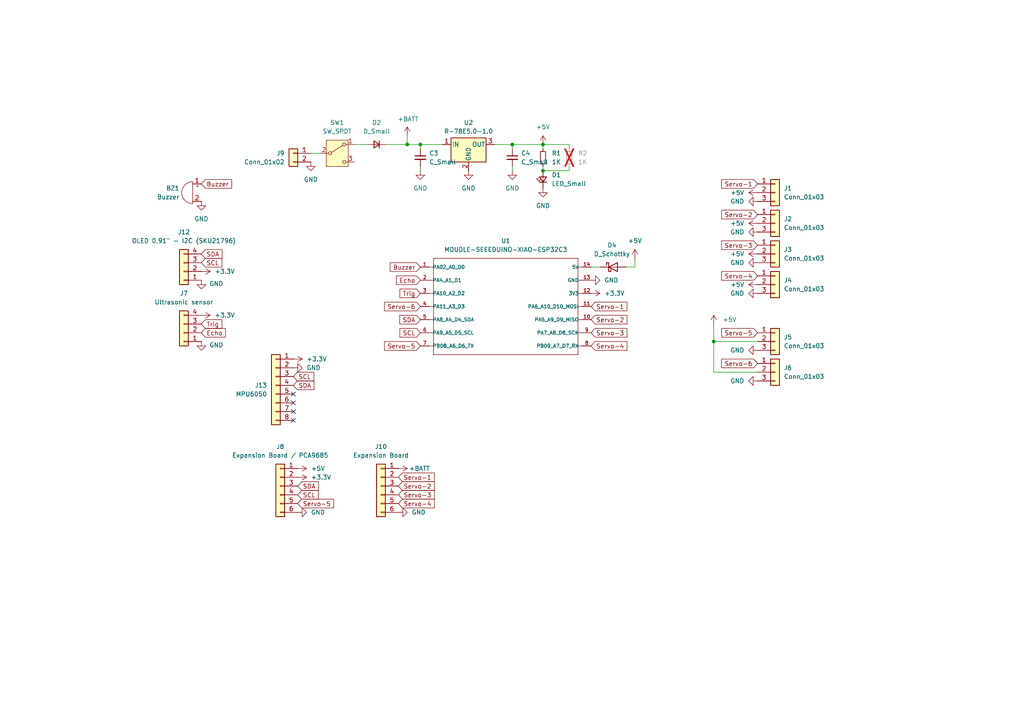
<source format=kicad_sch>
(kicad_sch (version 20231120) (generator "eeschema") (generator_version "8.0")
  (paper "A4")
  (lib_symbols
    (symbol "Connector_Generic:Conn_01x02" (pin_names (offset 1.016) hide)
      (property "Reference" "J" (at 0 2.54 0))
      (property "Value" "Conn_01x02" (at 0 -5.08 0))
      (symbol "Conn_01x02_1_1"
        (rectangle (start -1.27 -2.413) (end 0 -2.667) (stroke (width 0.1524)))
        (rectangle (start -1.27 0.127) (end 0 -0.127) (stroke (width 0.1524)))
        (rectangle (start -1.27 1.27) (end 1.27 -3.81) (stroke (width 0.254)) (fill (type background)))
        (pin passive line (at -5.08 0 0) (length 3.81) (name "Pin_1") (number "1"))
        (pin passive line (at -5.08 -2.54 0) (length 3.81) (name "Pin_2") (number "2"))
      )
    )
    (symbol "Connector_Generic:Conn_01x03" (pin_names (offset 1.016) hide)
      (property "Reference" "J" (at 0 5.08 0))
      (property "Value" "Conn_01x03" (at 0 -5.08 0))
      (symbol "Conn_01x03_1_1"
        (rectangle (start -1.27 -2.413) (end 0 -2.667) (stroke (width 0.1524)))
        (rectangle (start -1.27 0.127) (end 0 -0.127) (stroke (width 0.1524)))
        (rectangle (start -1.27 2.667) (end 0 2.413) (stroke (width 0.1524)))
        (rectangle (start -1.27 3.81) (end 1.27 -3.81) (stroke (width 0.254)) (fill (type background)))
        (pin passive line (at -5.08 2.54 0) (length 3.81) (name "Pin_1") (number "1"))
        (pin passive line (at -5.08 0 0) (length 3.81) (name "Pin_2") (number "2"))
        (pin passive line (at -5.08 -2.54 0) (length 3.81) (name "Pin_3") (number "3"))
      )
    )
    (symbol "Connector_Generic:Conn_01x04" (pin_names (offset 1.016) hide)
      (property "Reference" "J" (at 0 5.08 0))
      (property "Value" "Conn_01x04" (at 0 -7.62 0))
      (symbol "Conn_01x04_1_1"
        (rectangle (start -1.27 -4.953) (end 0 -5.207) (stroke (width 0.1524)))
        (rectangle (start -1.27 -2.413) (end 0 -2.667) (stroke (width 0.1524)))
        (rectangle (start -1.27 0.127) (end 0 -0.127) (stroke (width 0.1524)))
        (rectangle (start -1.27 2.667) (end 0 2.413) (stroke (width 0.1524)))
        (rectangle (start -1.27 3.81) (end 1.27 -6.35) (stroke (width 0.254)) (fill (type background)))
        (pin passive line (at -5.08 2.54 0) (length 3.81) (name "Pin_1") (number "1"))
        (pin passive line (at -5.08 0 0) (length 3.81) (name "Pin_2") (number "2"))
        (pin passive line (at -5.08 -2.54 0) (length 3.81) (name "Pin_3") (number "3"))
        (pin passive line (at -5.08 -5.08 0) (length 3.81) (name "Pin_4") (number "4"))
      )
    )
    (symbol "Connector_Generic:Conn_01x06" (pin_names (offset 1.016) hide)
      (property "Reference" "J" (at 0 7.62 0))
      (property "Value" "Conn_01x06" (at 0 -10.16 0))
      (symbol "Conn_01x06_1_1"
        (rectangle (start -1.27 -7.493) (end 0 -7.747) (stroke (width 0.1524)))
        (rectangle (start -1.27 -4.953) (end 0 -5.207) (stroke (width 0.1524)))
        (rectangle (start -1.27 -2.413) (end 0 -2.667) (stroke (width 0.1524)))
        (rectangle (start -1.27 0.127) (end 0 -0.127) (stroke (width 0.1524)))
        (rectangle (start -1.27 2.667) (end 0 2.413) (stroke (width 0.1524)))
        (rectangle (start -1.27 5.207) (end 0 4.953) (stroke (width 0.1524)))
        (rectangle (start -1.27 6.35) (end 1.27 -8.89) (stroke (width 0.254)) (fill (type background)))
        (pin passive line (at -5.08 5.08 0) (length 3.81) (name "Pin_1") (number "1"))
        (pin passive line (at -5.08 2.54 0) (length 3.81) (name "Pin_2") (number "2"))
        (pin passive line (at -5.08 0 0) (length 3.81) (name "Pin_3") (number "3"))
        (pin passive line (at -5.08 -2.54 0) (length 3.81) (name "Pin_4") (number "4"))
        (pin passive line (at -5.08 -5.08 0) (length 3.81) (name "Pin_5") (number "5"))
        (pin passive line (at -5.08 -7.62 0) (length 3.81) (name "Pin_6") (number "6"))
      )
    )
    (symbol "Connector_Generic:Conn_01x08" (pin_names (offset 1.016) hide)
      (property "Reference" "J" (at 0 10.16 0))
      (property "Value" "Conn_01x08" (at 0 -12.7 0))
      (symbol "Conn_01x08_1_1"
        (rectangle (start -1.27 -10.033) (end 0 -10.287) (stroke (width 0.1524)))
        (rectangle (start -1.27 -7.493) (end 0 -7.747) (stroke (width 0.1524)))
        (rectangle (start -1.27 -4.953) (end 0 -5.207) (stroke (width 0.1524)))
        (rectangle (start -1.27 -2.413) (end 0 -2.667) (stroke (width 0.1524)))
        (rectangle (start -1.27 0.127) (end 0 -0.127) (stroke (width 0.1524)))
        (rectangle (start -1.27 2.667) (end 0 2.413) (stroke (width 0.1524)))
        (rectangle (start -1.27 5.207) (end 0 4.953) (stroke (width 0.1524)))
        (rectangle (start -1.27 7.747) (end 0 7.493) (stroke (width 0.1524)))
        (rectangle (start -1.27 8.89) (end 1.27 -11.43) (stroke (width 0.254)) (fill (type background)))
        (pin passive line (at -5.08 7.62 0) (length 3.81) (name "Pin_1") (number "1"))
        (pin passive line (at -5.08 5.08 0) (length 3.81) (name "Pin_2") (number "2"))
        (pin passive line (at -5.08 2.54 0) (length 3.81) (name "Pin_3") (number "3"))
        (pin passive line (at -5.08 0 0) (length 3.81) (name "Pin_4") (number "4"))
        (pin passive line (at -5.08 -2.54 0) (length 3.81) (name "Pin_5") (number "5"))
        (pin passive line (at -5.08 -5.08 0) (length 3.81) (name "Pin_6") (number "6"))
        (pin passive line (at -5.08 -7.62 0) (length 3.81) (name "Pin_7") (number "7"))
        (pin passive line (at -5.08 -10.16 0) (length 3.81) (name "Pin_8") (number "8"))
      )
    )
    (symbol "Device:Buzzer" (pin_names (offset 0.0254) hide)
      (property "Reference" "BZ" (at 3.81 1.27 0))
      (property "Value" "Buzzer" (at 3.81 -1.27 0))
      (symbol "Buzzer_0_1"
        (arc (start 0 -3.175) (mid 3.1612 0) (end 0 3.175))
        (polyline (pts (xy -1.651 1.905) (xy -1.143 1.905)))
        (polyline (pts (xy -1.397 2.159) (xy -1.397 1.651)))
        (polyline (pts (xy 0 3.175) (xy 0 -3.175)))
      )
      (symbol "Buzzer_1_1"
        (pin passive line (at -2.54 2.54 0) (length 2.54) (name "+") (number "1"))
        (pin passive line (at -2.54 -2.54 0) (length 2.54) (name "-") (number "2"))
      )
    )
    (symbol "Device:C_Small" (pin_numbers hide) (pin_names (offset 0.254) hide)
      (property "Reference" "C" (at 0.254 1.778 0))
      (property "Value" "C_Small" (at 0.254 -2.032 0))
      (symbol "C_Small_0_1"
        (polyline (pts (xy -1.524 -0.508) (xy 1.524 -0.508)) (stroke (width 0.3302)))
        (polyline (pts (xy -1.524 0.508) (xy 1.524 0.508)) (stroke (width 0.3048)))
      )
      (symbol "C_Small_1_1"
        (pin passive line (at 0 2.54 270) (length 2.032) (name "~") (number "1"))
        (pin passive line (at 0 -2.54 90) (length 2.032) (name "~") (number "2"))
      )
    )
    (symbol "Device:D_Schottky" (pin_numbers hide) (pin_names (offset 1.016) hide)
      (property "Reference" "D" (at 0 2.54 0))
      (property "Value" "D_Schottky" (at 0 -2.54 0))
      (symbol "D_Schottky_0_1"
        (polyline (pts (xy 1.27 0) (xy -1.27 0)))
        (polyline (pts (xy 1.27 1.27) (xy 1.27 -1.27) (xy -1.27 0) (xy 1.27 1.27)) (stroke (width 0.254)))
        (polyline (pts (xy -1.905 0.635) (xy -1.905 1.27) (xy -1.27 1.27) (xy -1.27 -1.27) (xy -0.635 -1.27) (xy -0.635 -0.635)) (stroke (width 0.254)))
      )
      (symbol "D_Schottky_1_1"
        (pin passive line (at -3.81 0 0) (length 2.54) (name "K") (number "1"))
        (pin passive line (at 3.81 0 180) (length 2.54) (name "A") (number "2"))
      )
    )
    (symbol "Device:D_Small" (pin_numbers hide) (pin_names (offset 0.254) hide)
      (property "Reference" "D" (at -1.27 2.032 0))
      (property "Value" "D_Small" (at -3.81 -2.032 0))
      (symbol "D_Small_0_1"
        (polyline (pts (xy -0.762 -1.016) (xy -0.762 1.016)) (stroke (width 0.254)))
        (polyline (pts (xy -0.762 0) (xy 0.762 0)))
        (polyline (pts (xy 0.762 -1.016) (xy -0.762 0) (xy 0.762 1.016) (xy 0.762 -1.016)) (stroke (width 0.254)))
      )
      (symbol "D_Small_1_1"
        (pin passive line (at -2.54 0 0) (length 1.778) (name "K") (number "1"))
        (pin passive line (at 2.54 0 180) (length 1.778) (name "A") (number "2"))
      )
    )
    (symbol "Device:LED_Small" (pin_numbers hide) (pin_names (offset 0.254) hide)
      (property "Reference" "D" (at -1.27 3.175 0))
      (property "Value" "LED_Small" (at -4.445 -2.54 0))
      (symbol "LED_Small_0_1"
        (polyline (pts (xy -0.762 -1.016) (xy -0.762 1.016)) (stroke (width 0.254)))
        (polyline (pts (xy 1.016 0) (xy -0.762 0)))
        (polyline (pts (xy 0.762 -1.016) (xy -0.762 0) (xy 0.762 1.016) (xy 0.762 -1.016)) (stroke (width 0.254)))
        (polyline (pts (xy 0 0.762) (xy -0.508 1.27) (xy -0.254 1.27) (xy -0.508 1.27) (xy -0.508 1.016)))
        (polyline (pts (xy 0.508 1.27) (xy 0 1.778) (xy 0.254 1.778) (xy 0 1.778) (xy 0 1.524)))
      )
      (symbol "LED_Small_1_1"
        (pin passive line (at -2.54 0 0) (length 1.778) (name "K") (number "1"))
        (pin passive line (at 2.54 0 180) (length 1.778) (name "A") (number "2"))
      )
    )
    (symbol "Device:R_Small" (pin_numbers hide) (pin_names (offset 0.254) hide)
      (property "Reference" "R" (at 0.762 0.508 0))
      (property "Value" "R_Small" (at 0.762 -1.016 0))
      (symbol "R_Small_0_1"
        (rectangle (start -0.762 1.778) (end 0.762 -1.778) (stroke (width 0.2032)))
      )
      (symbol "R_Small_1_1"
        (pin passive line (at 0 2.54 270) (length 0.762) (name "~") (number "1"))
        (pin passive line (at 0 -2.54 90) (length 0.762) (name "~") (number "2"))
      )
    )
    (symbol "MOUDLE-SEEEDUINO-XIAO-ESP32C3:MOUDLE-SEEEDUINO-XIAO-ESP32C3" (pin_names (offset 1.016))
      (property "Reference" "U" (at -21.59 15.24 0))
      (property "Value" "MOUDLE-SEEEDUINO-XIAO-ESP32C3" (at -21.59 13.97 0))
      (symbol "MOUDLE-SEEEDUINO-XIAO-ESP32C3_0_0"
        (polyline (pts (xy -21.59 -13.97) (xy -21.59 0)) (stroke (width 0.1524)))
        (polyline (pts (xy -21.59 -11.43) (xy -22.86 -11.43)) (stroke (width 0.1524)))
        (polyline (pts (xy -21.59 -7.62) (xy -22.86 -7.62)) (stroke (width 0.1524)))
        (polyline (pts (xy -21.59 -3.81) (xy -22.86 -3.81)) (stroke (width 0.1524)))
        (polyline (pts (xy -21.59 0) (xy -22.86 0)) (stroke (width 0.1524)))
        (polyline (pts (xy -21.59 0) (xy -21.59 3.81)) (stroke (width 0.1524)))
        (polyline (pts (xy -21.59 3.81) (xy -22.86 3.81)) (stroke (width 0.1524)))
        (polyline (pts (xy -21.59 3.81) (xy -21.59 7.62)) (stroke (width 0.1524)))
        (polyline (pts (xy -21.59 7.62) (xy -22.86 7.62)) (stroke (width 0.1524)))
        (polyline (pts (xy -21.59 7.62) (xy -21.59 11.43)) (stroke (width 0.1524)))
        (polyline (pts (xy -21.59 11.43) (xy -22.86 11.43)) (stroke (width 0.1524)))
        (polyline (pts (xy -21.59 11.43) (xy -21.59 13.97)) (stroke (width 0.1524)))
        (polyline (pts (xy -21.59 13.97) (xy 20.32 13.97)) (stroke (width 0.1524)))
        (polyline (pts (xy 20.32 -13.97) (xy -21.59 -13.97)) (stroke (width 0.1524)))
        (polyline (pts (xy 20.32 3.81) (xy 20.32 -13.97)) (stroke (width 0.1524)))
        (polyline (pts (xy 20.32 7.62) (xy 20.32 3.81)) (stroke (width 0.1524)))
        (polyline (pts (xy 20.32 11.43) (xy 20.32 7.62)) (stroke (width 0.1524)))
        (polyline (pts (xy 20.32 13.97) (xy 20.32 11.43)) (stroke (width 0.1524)))
        (polyline (pts (xy 21.59 -11.43) (xy 20.32 -11.43)) (stroke (width 0.1524)))
        (polyline (pts (xy 21.59 -7.62) (xy 20.32 -7.62)) (stroke (width 0.1524)))
        (polyline (pts (xy 21.59 -3.81) (xy 20.32 -3.81)) (stroke (width 0.1524)))
        (polyline (pts (xy 21.59 0) (xy 20.32 0)) (stroke (width 0.1524)))
        (polyline (pts (xy 21.59 3.81) (xy 20.32 3.81)) (stroke (width 0.1524)))
        (polyline (pts (xy 21.59 7.62) (xy 20.32 7.62)) (stroke (width 0.1524)))
        (polyline (pts (xy 21.59 11.43) (xy 20.32 11.43)) (stroke (width 0.1524)))
        (pin bidirectional line (at -25.4 11.43 0) (length 2.54) (name "PA02_A0_D0") (number "1"))
        (pin bidirectional line (at 24.13 -3.81 180) (length 2.54) (name "PA5_A9_D9_MISO") (number "10"))
        (pin bidirectional line (at 24.13 0 180) (length 2.54) (name "PA6_A10_D10_MOSI") (number "11"))
        (pin bidirectional line (at 24.13 3.81 180) (length 2.54) (name "3V3") (number "12"))
        (pin bidirectional line (at 24.13 7.62 180) (length 2.54) (name "GND") (number "13"))
        (pin bidirectional line (at 24.13 11.43 180) (length 2.54) (name "5V") (number "14"))
        (pin bidirectional line (at -25.4 7.62 0) (length 2.54) (name "PA4_A1_D1") (number "2"))
        (pin bidirectional line (at -25.4 3.81 0) (length 2.54) (name "PA10_A2_D2") (number "3"))
        (pin bidirectional line (at -25.4 0 0) (length 2.54) (name "PA11_A3_D3") (number "4"))
        (pin bidirectional line (at -25.4 -3.81 0) (length 2.54) (name "PA8_A4_D4_SDA") (number "5"))
        (pin bidirectional line (at -25.4 -7.62 0) (length 2.54) (name "PA9_A5_D5_SCL") (number "6"))
        (pin bidirectional line (at -25.4 -11.43 0) (length 2.54) (name "PB08_A6_D6_TX") (number "7"))
        (pin bidirectional line (at 24.13 -11.43 180) (length 2.54) (name "PB09_A7_D7_RX") (number "8"))
        (pin bidirectional line (at 24.13 -7.62 180) (length 2.54) (name "PA7_A8_D8_SCK") (number "9"))
      )
    )
    (symbol "Regulator_Switching:R-78E5.0-1.0" (pin_names (offset 0.254))
      (property "Reference" "U" (at -3.81 3.175 0))
      (property "Value" "R-78E5.0-1.0" (at 0 3.175 0))
      (symbol "R-78E5.0-1.0_0_1"
        (rectangle (start -5.08 1.905) (end 5.08 -5.08) (stroke (width 0.254)) (fill (type background)))
      )
      (symbol "R-78E5.0-1.0_1_1"
        (pin power_in line (at -7.62 0 0) (length 2.54) (name "IN") (number "1"))
        (pin power_in line (at 0 -7.62 90) (length 2.54) (name "GND") (number "2"))
        (pin power_out line (at 7.62 0 180) (length 2.54) (name "OUT") (number "3"))
      )
    )
    (symbol "Switch:SW_SPDT" (pin_names (offset 0) hide)
      (property "Reference" "SW" (at 0 5.08 0))
      (property "Value" "SW_SPDT" (at 0 -5.08 0))
      (symbol "SW_SPDT_0_1"
        (circle (center -2.032 0) (radius 0.4572))
        (polyline (pts (xy -1.651 0.254) (xy 1.651 2.286)))
        (circle (center 2.032 -2.54) (radius 0.4572))
        (circle (center 2.032 2.54) (radius 0.4572))
      )
      (symbol "SW_SPDT_1_1"
        (rectangle (start -3.175 3.81) (end 3.175 -3.81) (fill (type background)))
        (pin passive line (at 5.08 2.54 180) (length 2.54) (name "A") (number "1"))
        (pin passive line (at -5.08 0 0) (length 2.54) (name "B") (number "2"))
        (pin passive line (at 5.08 -2.54 180) (length 2.54) (name "C") (number "3"))
      )
    )
    (symbol "power:+3.3V" (power) (pin_numbers hide) (pin_names (offset 0) hide)
      (property "Value" "+3.3V" (at 0 3.556 0))
      (symbol "+3.3V_0_1"
        (polyline (pts (xy -0.762 1.27) (xy 0 2.54)))
        (polyline (pts (xy 0 0) (xy 0 2.54)))
        (polyline (pts (xy 0 2.54) (xy 0.762 1.27)))
      )
      (symbol "+3.3V_1_1"
        (pin power_in line (at 0 0 90) (length 0) (name "~") (number "1"))
      )
    )
    (symbol "power:+5V" (power) (pin_numbers hide) (pin_names (offset 0) hide)
      (property "Value" "+5V" (at 0 3.556 0))
      (symbol "+5V_0_1"
        (polyline (pts (xy -0.762 1.27) (xy 0 2.54)))
        (polyline (pts (xy 0 0) (xy 0 2.54)))
        (polyline (pts (xy 0 2.54) (xy 0.762 1.27)))
      )
      (symbol "+5V_1_1"
        (pin power_in line (at 0 0 90) (length 0) (name "~") (number "1"))
      )
    )
    (symbol "power:+BATT" (power) (pin_numbers hide) (pin_names (offset 0) hide)
      (property "Value" "+BATT" (at 0 3.556 0))
      (symbol "+BATT_0_1"
        (polyline (pts (xy -0.762 1.27) (xy 0 2.54)))
        (polyline (pts (xy 0 0) (xy 0 2.54)))
        (polyline (pts (xy 0 2.54) (xy 0.762 1.27)))
      )
      (symbol "+BATT_1_1"
        (pin power_in line (at 0 0 90) (length 0) (name "~") (number "1"))
      )
    )
    (symbol "power:GND" (power) (pin_numbers hide) (pin_names (offset 0) hide)
      (property "Value" "GND" (at 0 -3.81 0))
      (symbol "GND_0_1"
        (polyline (pts (xy 0 0) (xy 0 -1.27) (xy 1.27 -1.27) (xy 0 -2.54) (xy -1.27 -1.27) (xy 0 -1.27)))
      )
      (symbol "GND_1_1"
        (pin power_in line (at 0 0 270) (length 0) (name "~") (number "1"))
      )
    )
  )
  (junction (at 121.92 41.91))
  (junction (at 207.01 99.06))
  (junction (at 148.59 41.91))
  (junction (at 157.48 41.91))
  (junction (at 118.11 41.91))
  (junction (at 157.48 49.53))
  (no_connect (at 85.09 116.84))
  (no_connect (at 85.09 119.38))
  (no_connect (at 85.09 114.3))
  (no_connect (at 85.09 121.92))
  (wire (pts (xy 121.92 48.26) (xy 121.92 49.53)))
  (wire (pts (xy 90.17 44.45) (xy 92.71 44.45)))
  (wire (pts (xy 184.15 77.47) (xy 184.15 74.93)))
  (wire (pts (xy 219.71 99.06) (xy 207.01 99.06)))
  (wire (pts (xy 219.71 107.95) (xy 207.01 107.95)))
  (wire (pts (xy 171.45 77.47) (xy 173.99 77.47)))
  (wire (pts (xy 121.92 41.91) (xy 121.92 43.18)))
  (wire (pts (xy 111.76 41.91) (xy 118.11 41.91)))
  (wire (pts (xy 157.48 43.18) (xy 157.48 41.91)))
  (wire (pts (xy 118.11 41.91) (xy 121.92 41.91)))
  (wire (pts (xy 121.92 41.91) (xy 128.27 41.91)))
  (wire (pts (xy 102.87 41.91) (xy 106.68 41.91)))
  (wire (pts (xy 157.48 49.53) (xy 157.48 48.26)))
  (wire (pts (xy 165.1 41.91) (xy 157.48 41.91)))
  (wire (pts (xy 143.51 41.91) (xy 148.59 41.91)))
  (wire (pts (xy 181.61 77.47) (xy 184.15 77.47)))
  (wire (pts (xy 207.01 93.98) (xy 207.01 99.06)))
  (wire (pts (xy 148.59 41.91) (xy 157.48 41.91)))
  (wire (pts (xy 165.1 48.26) (xy 165.1 49.53)))
  (wire (pts (xy 157.48 49.53) (xy 165.1 49.53)))
  (wire (pts (xy 165.1 43.18) (xy 165.1 41.91)))
  (wire (pts (xy 207.01 107.95) (xy 207.01 99.06)))
  (wire (pts (xy 148.59 41.91) (xy 148.59 43.18)))
  (wire (pts (xy 148.59 48.26) (xy 148.59 49.53)))
  (wire (pts (xy 118.11 39.37) (xy 118.11 41.91)))
  (global_label "SCL" (shape input) (at 86.36 143.51 0) (property "Intersheetrefs" "${INTERSHEET_REFS}" (effects (hide yes))))
  (global_label "Servo-5" (shape input) (at 121.92 100.33 180) (property "Intersheetrefs" "${INTERSHEET_REFS}" (effects (hide yes))))
  (global_label "Servo-6" (shape input) (at 121.92 88.9 180) (property "Intersheetrefs" "${INTERSHEET_REFS}" (effects (hide yes))))
  (global_label "SCL" (shape input) (at 58.42 76.2 0) (property "Intersheetrefs" "${INTERSHEET_REFS}" (effects (hide yes))))
  (global_label "Servo-5" (shape input) (at 86.36 146.05 0) (property "Intersheetrefs" "${INTERSHEET_REFS}" (effects (hide yes))))
  (global_label "Trig" (shape input) (at 58.42 93.98 0) (property "Intersheetrefs" "${INTERSHEET_REFS}" (effects (hide yes))))
  (global_label "SDA" (shape input) (at 86.36 140.97 0) (property "Intersheetrefs" "${INTERSHEET_REFS}" (effects (hide yes))))
  (global_label "SDA" (shape input) (at 85.09 111.76 0) (property "Intersheetrefs" "${INTERSHEET_REFS}" (effects (hide yes))))
  (global_label "Servo-4" (shape input) (at 115.57 146.05 0) (property "Intersheetrefs" "${INTERSHEET_REFS}" (effects (hide yes))))
  (global_label "Servo-4" (shape input) (at 219.71 80.01 180) (property "Intersheetrefs" "${INTERSHEET_REFS}" (effects (hide yes))))
  (global_label "Servo-2" (shape input) (at 219.71 62.23 180) (property "Intersheetrefs" "${INTERSHEET_REFS}" (effects (hide yes))))
  (global_label "Buzzer" (shape input) (at 121.92 77.47 180) (property "Intersheetrefs" "${INTERSHEET_REFS}" (effects (hide yes))))
  (global_label "Servo-1" (shape input) (at 171.45 88.9 0) (property "Intersheetrefs" "${INTERSHEET_REFS}" (effects (hide yes))))
  (global_label "Servo-1" (shape input) (at 115.57 138.43 0) (property "Intersheetrefs" "${INTERSHEET_REFS}" (effects (hide yes))))
  (global_label "Servo-1" (shape input) (at 219.71 53.34 180) (property "Intersheetrefs" "${INTERSHEET_REFS}" (effects (hide yes))))
  (global_label "SDA" (shape input) (at 121.92 92.71 180) (property "Intersheetrefs" "${INTERSHEET_REFS}" (effects (hide yes))))
  (global_label "Servo-3" (shape input) (at 219.71 71.12 180) (property "Intersheetrefs" "${INTERSHEET_REFS}" (effects (hide yes))))
  (global_label "Servo-2" (shape input) (at 171.45 92.71 0) (property "Intersheetrefs" "${INTERSHEET_REFS}" (effects (hide yes))))
  (global_label "SCL" (shape input) (at 85.09 109.22 0) (property "Intersheetrefs" "${INTERSHEET_REFS}" (effects (hide yes))))
  (global_label "Servo-6" (shape input) (at 219.71 105.41 180) (property "Intersheetrefs" "${INTERSHEET_REFS}" (effects (hide yes))))
  (global_label "Servo-3" (shape input) (at 115.57 143.51 0) (property "Intersheetrefs" "${INTERSHEET_REFS}" (effects (hide yes))))
  (global_label "Echo" (shape input) (at 121.92 81.28 180) (property "Intersheetrefs" "${INTERSHEET_REFS}" (effects (hide yes))))
  (global_label "Echo" (shape input) (at 58.42 96.52 0) (property "Intersheetrefs" "${INTERSHEET_REFS}" (effects (hide yes))))
  (global_label "Servo-2" (shape input) (at 115.57 140.97 0) (property "Intersheetrefs" "${INTERSHEET_REFS}" (effects (hide yes))))
  (global_label "Trig" (shape input) (at 121.92 85.09 180) (property "Intersheetrefs" "${INTERSHEET_REFS}" (effects (hide yes))))
  (global_label "SDA" (shape input) (at 58.42 73.66 0) (property "Intersheetrefs" "${INTERSHEET_REFS}" (effects (hide yes))))
  (global_label "Buzzer" (shape input) (at 58.42 53.34 0) (property "Intersheetrefs" "${INTERSHEET_REFS}" (effects (hide yes))))
  (global_label "SCL" (shape input) (at 121.92 96.52 180) (property "Intersheetrefs" "${INTERSHEET_REFS}" (effects (hide yes))))
  (global_label "Servo-4" (shape input) (at 171.45 100.33 0) (property "Intersheetrefs" "${INTERSHEET_REFS}" (effects (hide yes))))
  (global_label "Servo-3" (shape input) (at 171.45 96.52 0) (property "Intersheetrefs" "${INTERSHEET_REFS}" (effects (hide yes))))
  (global_label "Servo-5" (shape input) (at 219.71 96.52 180) (property "Intersheetrefs" "${INTERSHEET_REFS}" (effects (hide yes))))
  (symbol (lib_id "power:GND") (at 58.42 81.28 0) (unit 1)
    (property "Reference" "#PWR032" (effects (hide yes)))
    (property "Value" "GND" (at 62.738 82.296 0))
    (property "Description" "Power symbol creates a global label with name \"GND\" , ground" (effects (hide yes)))
  )
  (symbol (lib_id "power:GND") (at 171.45 81.28 90) (unit 1)
    (property "Reference" "#PWR05" (effects (hide yes)))
    (property "Value" "GND" (at 175.26 81.2799 90) (effects (justify right)))
    (property "Description" "Power symbol creates a global label with name \"GND\" , ground" (effects (hide yes)))
  )
  (symbol (lib_id "Connector_Generic:Conn_01x06") (at 81.28 140.97 0) (mirror y) (unit 1)
    (property "Reference" "J8" (at 81.28 129.54 0))
    (property "Value" "Expansion Board / PCA9685" (at 81.28 132.08 0))
    (property "Footprint" "Connector_PinSocket_2.54mm:PinSocket_1x06_P2.54mm_Vertical" (effects (hide yes)))
    (property "Description" "Generic connector, single row, 01x06, script generated (kicad-library-utils/schlib/autogen/connector/)" (effects (hide yes)))
  )
  (symbol (lib_id "Device:D_Small") (at 109.22 41.91 180) (unit 1)
    (property "Reference" "D2" (at 109.22 35.56 0))
    (property "Value" "D_Small" (at 109.22 38.1 0))
    (property "Footprint" "Diode_THT:D_A-405_P7.62mm_Horizontal" (effects (hide yes)))
    (property "Description" "Diode, small symbol" (effects (hide yes)))
    (property "Sim.Device" "D" (effects (hide yes)))
    (property "Sim.Pins" "1=K 2=A" (effects (hide yes)))
  )
  (symbol (lib_id "Connector_Generic:Conn_01x03") (at 224.79 82.55 0) (unit 1)
    (property "Reference" "J4" (at 227.33 81.2799 0) (effects (justify left)))
    (property "Value" "Conn_01x03" (at 227.33 83.8199 0) (effects (justify left)))
    (property "Footprint" "Connector_PinHeader_2.54mm:PinHeader_1x03_P2.54mm_Vertical" (effects (hide yes)))
    (property "Description" "Generic connector, single row, 01x03, script generated (kicad-library-utils/schlib/autogen/connector/)" (effects (hide yes)))
  )
  (symbol (lib_id "power:+3.3V") (at 58.42 78.74 270) (unit 1)
    (property "Reference" "#PWR031" (effects (hide yes)))
    (property "Value" "+3.3V" (at 62.23 78.7399 90) (effects (justify left)))
    (property "Description" "Power symbol creates a global label with name \"+3.3V\"" (effects (hide yes)))
  )
  (symbol (lib_id "Connector_Generic:Conn_01x03") (at 224.79 107.95 0) (unit 1)
    (property "Reference" "J6" (at 227.33 106.6799 0) (effects (justify left)))
    (property "Value" "Conn_01x03" (at 227.33 109.2199 0) (effects (justify left)))
    (property "Footprint" "Connector_PinHeader_2.54mm:PinHeader_1x03_P2.54mm_Vertical" (effects (hide yes)))
    (property "Description" "Generic connector, single row, 01x03, script generated (kicad-library-utils/schlib/autogen/connector/)" (effects (hide yes)))
  )
  (symbol (lib_id "power:GND") (at 219.71 58.42 270) (unit 1)
    (property "Reference" "#PWR08" (effects (hide yes)))
    (property "Value" "GND" (at 215.9 58.4199 90) (effects (justify right)))
    (property "Description" "Power symbol creates a global label with name \"GND\" , ground" (effects (hide yes)))
  )
  (symbol (lib_id "Connector_Generic:Conn_01x08") (at 80.01 111.76 0) (mirror y) (unit 1)
    (property "Reference" "J13" (at 77.47 111.7599 0) (effects (justify left)))
    (property "Value" "MPU6050" (at 77.47 114.2999 0) (effects (justify left)))
    (property "Footprint" "Connector_PinSocket_2.54mm:PinSocket_1x08_P2.54mm_Vertical" (effects (hide yes)))
    (property "Description" "Generic connector, single row, 01x08, script generated (kicad-library-utils/schlib/autogen/connector/)" (effects (hide yes)))
  )
  (symbol (lib_id "power:GND") (at 219.71 67.31 270) (unit 1)
    (property "Reference" "#PWR010" (effects (hide yes)))
    (property "Value" "GND" (at 215.9 67.3099 90) (effects (justify right)))
    (property "Description" "Power symbol creates a global label with name \"GND\" , ground" (effects (hide yes)))
  )
  (symbol (lib_id "power:GND") (at 135.89 49.53 0) (unit 1)
    (property "Reference" "#PWR03" (effects (hide yes)))
    (property "Value" "GND" (at 135.89 54.61 0))
    (property "Description" "Power symbol creates a global label with name \"GND\" , ground" (effects (hide yes)))
  )
  (symbol (lib_id "power:+3.3V") (at 86.36 138.43 270) (mirror x) (unit 1)
    (property "Reference" "#PWR027" (effects (hide yes)))
    (property "Value" "+3.3V" (at 90.17 138.4301 90) (effects (justify left)))
    (property "Description" "Power symbol creates a global label with name \"+3.3V\"" (effects (hide yes)))
  )
  (symbol (lib_id "Regulator_Switching:R-78E5.0-1.0") (at 135.89 41.91 0) (unit 1)
    (property "Reference" "U2" (at 135.89 35.56 0))
    (property "Value" "R-78E5.0-1.0" (at 135.89 38.1 0))
    (property "Footprint" "Converter_DCDC:Converter_DCDC_RECOM_R-78E-0.5_THT" (effects (hide yes)))
    (property "Datasheet" "https://www.recom-power.com/pdf/Innoline/R-78Exx-1.0.pdf" (effects (hide yes)))
    (property "Description" "1A Step-Down DC/DC-Regulator, 7-28V input, 5V fixed Output Voltage, LM78xx replacement, -40°C to +85°C, SIP3" (effects (hide yes)))
  )
  (symbol (lib_id "Device:R_Small") (at 157.48 45.72 0) (unit 1)
    (property "Reference" "R1" (at 160.02 44.4499 0) (effects (justify left)))
    (property "Value" "1K" (at 160.02 46.9899 0) (effects (justify left)))
    (property "Footprint" "Resistor_THT:R_Axial_DIN0207_L6.3mm_D2.5mm_P10.16mm_Horizontal" (effects (hide yes)))
    (property "Description" "Resistor, small symbol" (effects (hide yes)))
  )
  (symbol (lib_id "Device:Buzzer") (at 55.88 55.88 0) (mirror y) (unit 1)
    (property "Reference" "BZ1" (at 52.07 54.6099 0) (effects (justify left)))
    (property "Value" "Buzzer" (at 52.07 57.1499 0) (effects (justify left)))
    (property "Footprint" "Buzzer_Beeper:Buzzer_12x9.5RM7.6" (effects (hide yes)))
    (property "Description" "Buzzer, polarized" (effects (hide yes)))
  )
  (symbol (lib_id "power:GND") (at 115.57 148.59 90) (mirror x) (unit 1)
    (property "Reference" "#PWR020" (effects (hide yes)))
    (property "Value" "GND" (at 119.38 148.5901 90) (effects (justify right)))
    (property "Description" "Power symbol creates a global label with name \"GND\" , ground" (effects (hide yes)))
  )
  (symbol (lib_id "power:GND") (at 85.09 106.68 90) (unit 1)
    (property "Reference" "#PWR038" (effects (hide yes)))
    (property "Value" "GND" (at 88.9 106.6799 90) (effects (justify right)))
    (property "Description" "Power symbol creates a global label with name \"GND\" , ground" (effects (hide yes)))
  )
  (symbol (lib_id "power:+5V") (at 184.15 74.93 0) (unit 1)
    (property "Reference" "#PWR04" (effects (hide yes)))
    (property "Value" "+5V" (at 184.15 69.85 0))
    (property "Description" "Power symbol creates a global label with name \"+5V\"" (effects (hide yes)))
  )
  (symbol (lib_id "power:+5V") (at 219.71 55.88 90) (unit 1)
    (property "Reference" "#PWR07" (effects (hide yes)))
    (property "Value" "+5V" (at 215.9 55.8799 90) (effects (justify left)))
    (property "Description" "Power symbol creates a global label with name \"+5V\"" (effects (hide yes)))
  )
  (symbol (lib_id "Connector_Generic:Conn_01x02") (at 85.09 44.45 0) (mirror y) (unit 1)
    (property "Reference" "J9" (at 82.55 44.4499 0) (effects (justify left)))
    (property "Value" "Conn_01x02" (at 82.55 46.9899 0) (effects (justify left)))
    (property "Footprint" "Connector_JST:JST_XH_B2B-XH-A_1x02_P2.50mm_Vertical" (effects (hide yes)))
    (property "Description" "Generic connector, single row, 01x02, script generated (kicad-library-utils/schlib/autogen/connector/)" (effects (hide yes)))
  )
  (symbol (lib_id "Device:R_Small") (at 165.1 45.72 0) (unit 1) (dnp yes)
    (property "Reference" "R2" (at 167.64 44.4499 0) (effects (justify left)))
    (property "Value" "1K" (at 167.64 46.9899 0) (effects (justify left)))
    (property "Footprint" "Resistor_SMD:R_1206_3216Metric_Pad1.30x1.75mm_HandSolder" (effects (hide yes)))
    (property "Description" "Resistor, small symbol" (effects (hide yes)))
  )
  (symbol (lib_id "power:+BATT") (at 118.11 39.37 0) (unit 1)
    (property "Reference" "#PWR02" (effects (hide yes)))
    (property "Value" "+BATT" (at 118.364 34.544 0))
    (property "Description" "Power symbol creates a global label with name \"+BATT\"" (effects (hide yes)))
  )
  (symbol (lib_id "Connector_Generic:Conn_01x03") (at 224.79 55.88 0) (unit 1)
    (property "Reference" "J1" (at 227.33 54.6099 0) (effects (justify left)))
    (property "Value" "Conn_01x03" (at 227.33 57.1499 0) (effects (justify left)))
    (property "Footprint" "Connector_PinHeader_2.54mm:PinHeader_1x03_P2.54mm_Vertical" (effects (hide yes)))
    (property "Description" "Generic connector, single row, 01x03, script generated (kicad-library-utils/schlib/autogen/connector/)" (effects (hide yes)))
  )
  (symbol (lib_id "power:+5V") (at 86.36 135.89 270) (mirror x) (unit 1)
    (property "Reference" "#PWR028" (effects (hide yes)))
    (property "Value" "+5V" (at 90.17 135.8901 90) (effects (justify left)))
    (property "Description" "Power symbol creates a global label with name \"+5V\"" (effects (hide yes)))
  )
  (symbol (lib_id "power:+3.3V") (at 85.09 104.14 270) (unit 1)
    (property "Reference" "#PWR037" (effects (hide yes)))
    (property "Value" "+3.3V" (at 88.9 104.1399 90) (effects (justify left)))
    (property "Description" "Power symbol creates a global label with name \"+3.3V\"" (effects (hide yes)))
  )
  (symbol (lib_id "Connector_Generic:Conn_01x03") (at 224.79 99.06 0) (unit 1)
    (property "Reference" "J5" (at 227.33 97.7899 0) (effects (justify left)))
    (property "Value" "Conn_01x03" (at 227.33 100.3299 0) (effects (justify left)))
    (property "Footprint" "Connector_PinHeader_2.54mm:PinHeader_1x03_P2.54mm_Vertical" (effects (hide yes)))
    (property "Description" "Generic connector, single row, 01x03, script generated (kicad-library-utils/schlib/autogen/connector/)" (effects (hide yes)))
  )
  (symbol (lib_id "power:+5V") (at 219.71 64.77 90) (unit 1)
    (property "Reference" "#PWR09" (effects (hide yes)))
    (property "Value" "+5V" (at 215.9 64.7699 90) (effects (justify left)))
    (property "Description" "Power symbol creates a global label with name \"+5V\"" (effects (hide yes)))
  )
  (symbol (lib_id "power:GND") (at 148.59 49.53 0) (unit 1)
    (property "Reference" "#PWR042" (effects (hide yes)))
    (property "Value" "GND" (at 148.59 54.61 0))
    (property "Description" "Power symbol creates a global label with name \"GND\" , ground" (effects (hide yes)))
  )
  (symbol (lib_id "power:+3.3V") (at 58.42 91.44 270) (unit 1)
    (property "Reference" "#PWR023" (effects (hide yes)))
    (property "Value" "+3.3V" (at 62.23 91.4399 90) (effects (justify left)))
    (property "Description" "Power symbol creates a global label with name \"+3.3V\"" (effects (hide yes)))
  )
  (symbol (lib_id "power:GND") (at 219.71 85.09 270) (unit 1)
    (property "Reference" "#PWR014" (effects (hide yes)))
    (property "Value" "GND" (at 215.9 85.0899 90) (effects (justify right)))
    (property "Description" "Power symbol creates a global label with name \"GND\" , ground" (effects (hide yes)))
  )
  (symbol (lib_id "Connector_Generic:Conn_01x04") (at 53.34 78.74 180) (unit 1)
    (property "Reference" "J12" (at 53.34 67.31 0))
    (property "Value" "OLED 0,91\" - I2C (SKU21796)" (at 53.34 69.85 0))
    (property "Footprint" "Connector_PinSocket_2.54mm:PinSocket_1x04_P2.54mm_Vertical" (effects (hide yes)))
    (property "Datasheet" "https://www.gotronic.fr/art-afficheur-oled-0-91-sku21796-35038.htm" (effects (hide yes)))
    (property "Description" "Generic connector, single row, 01x04, script generated (kicad-library-utils/schlib/autogen/connector/)" (effects (hide yes)))
  )
  (symbol (lib_id "power:+BATT") (at 115.57 135.89 270) (unit 1)
    (property "Reference" "#PWR015" (effects (hide yes)))
    (property "Value" "+BATT" (at 121.666 135.89 90))
    (property "Description" "Power symbol creates a global label with name \"+BATT\"" (effects (hide yes)))
  )
  (symbol (lib_id "power:+5V") (at 219.71 73.66 90) (unit 1)
    (property "Reference" "#PWR011" (effects (hide yes)))
    (property "Value" "+5V" (at 215.9 73.6599 90) (effects (justify left)))
    (property "Description" "Power symbol creates a global label with name \"+5V\"" (effects (hide yes)))
  )
  (symbol (lib_id "Device:LED_Small") (at 157.48 52.07 90) (unit 1)
    (property "Reference" "D1" (at 160.02 50.7364 90) (effects (justify right)))
    (property "Value" "LED_Small" (at 160.02 53.2764 90) (effects (justify right)))
    (property "Footprint" "LED_THT:LED_D5.0mm" (effects (hide yes)))
    (property "Description" "Light emitting diode, small symbol" (effects (hide yes)))
  )
  (symbol (lib_id "Device:C_Small") (at 121.92 45.72 0) (unit 1)
    (property "Reference" "C3" (at 124.46 44.4562 0) (effects (justify left)))
    (property "Value" "C_Small" (at 124.46 46.9962 0) (effects (justify left)))
    (property "Footprint" "Capacitor_THT:C_Disc_D6.0mm_W2.5mm_P5.00mm" (effects (hide yes)))
    (property "Description" "Unpolarized capacitor, small symbol" (effects (hide yes)))
  )
  (symbol (lib_id "Device:C_Small") (at 148.59 45.72 0) (unit 1)
    (property "Reference" "C4" (at 151.13 44.4562 0) (effects (justify left)))
    (property "Value" "C_Small" (at 151.13 46.9962 0) (effects (justify left)))
    (property "Footprint" "Capacitor_THT:C_Disc_D6.0mm_W2.5mm_P5.00mm" (effects (hide yes)))
    (property "Description" "Unpolarized capacitor, small symbol" (effects (hide yes)))
  )
  (symbol (lib_id "power:+5V") (at 207.01 93.98 0) (unit 1)
    (property "Reference" "#PWR018" (effects (hide yes)))
    (property "Value" "+5V" (at 209.55 92.7099 0) (effects (justify left)))
    (property "Description" "Power symbol creates a global label with name \"+5V\"" (effects (hide yes)))
  )
  (symbol (lib_id "power:+3.3V") (at 171.45 85.09 270) (unit 1)
    (property "Reference" "#PWR025" (effects (hide yes)))
    (property "Value" "+3.3V" (at 175.26 85.0899 90) (effects (justify left)))
    (property "Description" "Power symbol creates a global label with name \"+3.3V\"" (effects (hide yes)))
  )
  (symbol (lib_id "Connector_Generic:Conn_01x03") (at 224.79 73.66 0) (unit 1)
    (property "Reference" "J3" (at 227.33 72.3899 0) (effects (justify left)))
    (property "Value" "Conn_01x03" (at 227.33 74.9299 0) (effects (justify left)))
    (property "Footprint" "Connector_PinHeader_2.54mm:PinHeader_1x03_P2.54mm_Vertical" (effects (hide yes)))
    (property "Description" "Generic connector, single row, 01x03, script generated (kicad-library-utils/schlib/autogen/connector/)" (effects (hide yes)))
  )
  (symbol (lib_id "power:GND") (at 58.42 58.42 0) (unit 1)
    (property "Reference" "#PWR017" (effects (hide yes)))
    (property "Value" "GND" (at 58.42 63.5 0))
    (property "Description" "Power symbol creates a global label with name \"GND\" , ground" (effects (hide yes)))
  )
  (symbol (lib_id "power:GND") (at 157.48 54.61 0) (unit 1)
    (property "Reference" "#PWR06" (effects (hide yes)))
    (property "Value" "GND" (at 157.48 59.69 0))
    (property "Description" "Power symbol creates a global label with name \"GND\" , ground" (effects (hide yes)))
  )
  (symbol (lib_id "Connector_Generic:Conn_01x03") (at 224.79 64.77 0) (unit 1)
    (property "Reference" "J2" (at 227.33 63.4999 0) (effects (justify left)))
    (property "Value" "Conn_01x03" (at 227.33 66.0399 0) (effects (justify left)))
    (property "Footprint" "Connector_PinHeader_2.54mm:PinHeader_1x03_P2.54mm_Vertical" (effects (hide yes)))
    (property "Description" "Generic connector, single row, 01x03, script generated (kicad-library-utils/schlib/autogen/connector/)" (effects (hide yes)))
  )
  (symbol (lib_id "power:GND") (at 86.36 148.59 90) (mirror x) (unit 1)
    (property "Reference" "#PWR026" (effects (hide yes)))
    (property "Value" "GND" (at 90.17 148.5901 90) (effects (justify right)))
    (property "Description" "Power symbol creates a global label with name \"GND\" , ground" (effects (hide yes)))
  )
  (symbol (lib_id "power:GND") (at 219.71 76.2 270) (unit 1)
    (property "Reference" "#PWR012" (effects (hide yes)))
    (property "Value" "GND" (at 215.9 76.1999 90) (effects (justify right)))
    (property "Description" "Power symbol creates a global label with name \"GND\" , ground" (effects (hide yes)))
  )
  (symbol (lib_id "power:GND") (at 219.71 110.49 270) (unit 1)
    (property "Reference" "#PWR021" (effects (hide yes)))
    (property "Value" "GND" (at 215.9 110.4899 90) (effects (justify right)))
    (property "Description" "Power symbol creates a global label with name \"GND\" , ground" (effects (hide yes)))
  )
  (symbol (lib_id "power:+5V") (at 219.71 82.55 90) (unit 1)
    (property "Reference" "#PWR013" (effects (hide yes)))
    (property "Value" "+5V" (at 215.9 82.5499 90) (effects (justify left)))
    (property "Description" "Power symbol creates a global label with name \"+5V\"" (effects (hide yes)))
  )
  (symbol (lib_id "Connector_Generic:Conn_01x06") (at 110.49 140.97 0) (mirror y) (unit 1)
    (property "Reference" "J10" (at 110.49 129.54 0))
    (property "Value" "Expansion Board" (at 110.49 132.08 0))
    (property "Footprint" "Connector_PinSocket_2.54mm:PinSocket_1x06_P2.54mm_Vertical" (effects (hide yes)))
    (property "Description" "Generic connector, single row, 01x06, script generated (kicad-library-utils/schlib/autogen/connector/)" (effects (hide yes)))
  )
  (symbol (lib_id "Switch:SW_SPDT") (at 97.79 44.45 0) (unit 1)
    (property "Reference" "SW1" (at 97.79 35.56 0))
    (property "Value" "SW_SPDT" (at 97.79 38.1 0))
    (property "Footprint" "100SP1T1B4M2QE:SW_100SP1T1B4M2QE" (effects (hide yes)))
    (property "Description" "Switch, single pole double throw" (effects (hide yes)))
  )
  (symbol (lib_id "MOUDLE-SEEEDUINO-XIAO-ESP32C3:MOUDLE-SEEEDUINO-XIAO-ESP32C3") (at 147.32 88.9 0) (unit 1)
    (property "Reference" "U1" (at 146.685 69.85 0))
    (property "Value" "MOUDLE-SEEEDUINO-XIAO-ESP32C3" (at 146.685 72.39 0))
    (property "Footprint" "MOUDLE14P-SMD-2.54-21X17.8MM" (effects (hide yes)))
  )
  (symbol (lib_id "Connector_Generic:Conn_01x04") (at 53.34 96.52 180) (unit 1)
    (property "Reference" "J7" (at 53.34 85.09 0))
    (property "Value" "Ultrasonic sensor" (at 53.34 87.63 0))
    (property "Footprint" "Connector_PinSocket_2.54mm:PinSocket_1x04_P2.54mm_Vertical" (effects (hide yes)))
    (property "Description" "Generic connector, single row, 01x04, script generated (kicad-library-utils/schlib/autogen/connector/)" (effects (hide yes)))
  )
  (symbol (lib_id "power:GND") (at 90.17 46.99 0) (unit 1)
    (property "Reference" "#PWR029" (effects (hide yes)))
    (property "Value" "GND" (at 90.17 52.07 0))
    (property "Description" "Power symbol creates a global label with name \"GND\" , ground" (effects (hide yes)))
  )
  (symbol (lib_id "power:+5V") (at 157.48 41.91 0) (unit 1)
    (property "Reference" "#PWR01" (effects (hide yes)))
    (property "Value" "+5V" (at 157.48 36.83 0))
    (property "Description" "Power symbol creates a global label with name \"+5V\"" (effects (hide yes)))
  )
  (symbol (lib_id "Device:D_Schottky") (at 177.8 77.47 0) (unit 1)
    (property "Reference" "D4" (at 177.4825 71.12 0))
    (property "Value" "D_Schottky" (at 177.4825 73.66 0))
    (property "Footprint" "Diode_THT:D_A-405_P7.62mm_Horizontal" (effects (hide yes)))
    (property "Description" "Schottky diode" (effects (hide yes)))
  )
  (symbol (lib_id "power:GND") (at 58.42 99.06 0) (unit 1)
    (property "Reference" "#PWR022" (effects (hide yes)))
    (property "Value" "GND" (at 62.738 100.076 0))
    (property "Description" "Power symbol creates a global label with name \"GND\" , ground" (effects (hide yes)))
  )
  (symbol (lib_id "power:GND") (at 219.71 101.6 270) (unit 1)
    (property "Reference" "#PWR019" (effects (hide yes)))
    (property "Value" "GND" (at 215.9 101.5999 90) (effects (justify right)))
    (property "Description" "Power symbol creates a global label with name \"GND\" , ground" (effects (hide yes)))
  )
  (symbol (lib_id "power:GND") (at 121.92 49.53 0) (unit 1)
    (property "Reference" "#PWR035" (effects (hide yes)))
    (property "Value" "GND" (at 121.92 54.61 0))
    (property "Description" "Power symbol creates a global label with name \"GND\" , ground" (effects (hide yes)))
  )
)
</source>
